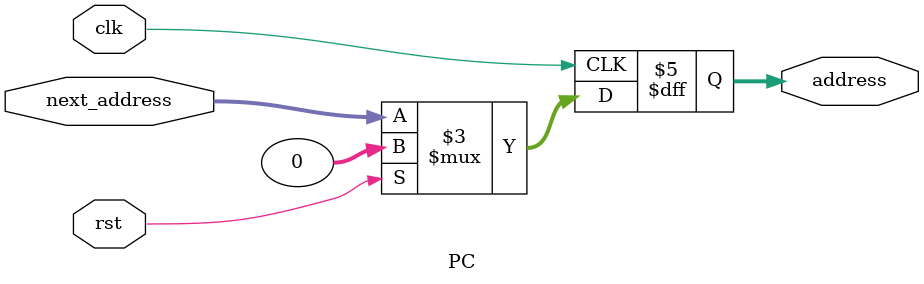
<source format=sv>
module PC
(
	input 		      clk,		    // activ front pozitiv
	input 		  	  rst,		    // activ pe 1, sincron
	input      [31:0] next_address,
	output reg [31:0] address
);

always@(posedge clk)
	if(rst)
		address <= {32{1'b0}};	 // initializare circuit
	else
		address <= next_address; // modelare operatie de incarcare
endmodule
</source>
